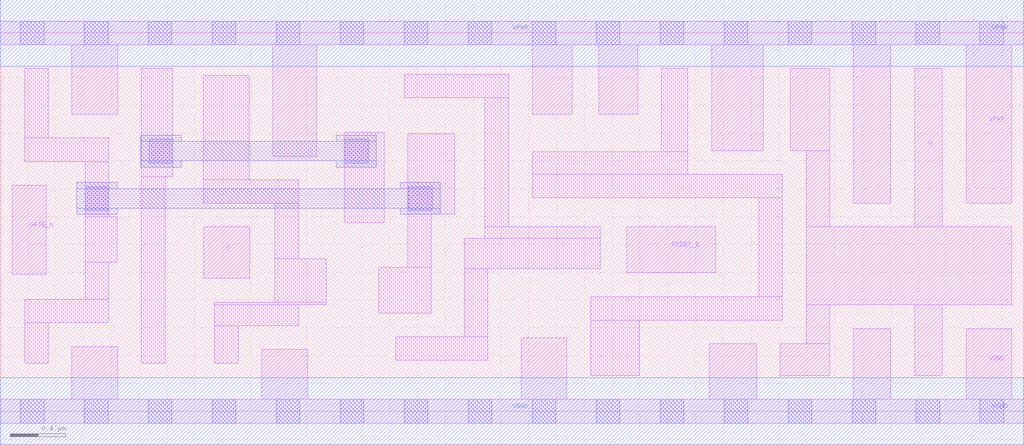
<source format=lef>
# Copyright 2020 The SkyWater PDK Authors
#
# Licensed under the Apache License, Version 2.0 (the "License");
# you may not use this file except in compliance with the License.
# You may obtain a copy of the License at
#
#     https://www.apache.org/licenses/LICENSE-2.0
#
# Unless required by applicable law or agreed to in writing, software
# distributed under the License is distributed on an "AS IS" BASIS,
# WITHOUT WARRANTIES OR CONDITIONS OF ANY KIND, either express or implied.
# See the License for the specific language governing permissions and
# limitations under the License.
#
# SPDX-License-Identifier: Apache-2.0

VERSION 5.7 ;
  NAMESCASESENSITIVE ON ;
  NOWIREEXTENSIONATPIN ON ;
  DIVIDERCHAR "/" ;
  BUSBITCHARS "[]" ;
UNITS
  DATABASE MICRONS 200 ;
END UNITS
MACRO sky130_fd_sc_hd__dlrtn_4
  CLASS CORE ;
  SOURCE USER ;
  FOREIGN sky130_fd_sc_hd__dlrtn_4 ;
  ORIGIN  0.000000  0.000000 ;
  SIZE  7.360000 BY  2.720000 ;
  SYMMETRY X Y R90 ;
  SITE unithd ;
  PIN D
    ANTENNAGATEAREA  0.159000 ;
    DIRECTION INPUT ;
    USE SIGNAL ;
    PORT
      LAYER li1 ;
        RECT 1.465000 0.955000 1.795000 1.325000 ;
    END
  END D
  PIN Q
    ANTENNADIFFAREA  1.014750 ;
    DIRECTION OUTPUT ;
    USE SIGNAL ;
    PORT
      LAYER li1 ;
        RECT 5.610000 0.255000 5.965000 0.485000 ;
        RECT 5.680000 1.875000 5.965000 2.465000 ;
        RECT 5.795000 0.485000 5.965000 0.765000 ;
        RECT 5.795000 0.765000 7.275000 1.325000 ;
        RECT 5.795000 1.325000 5.965000 1.875000 ;
        RECT 6.575000 0.255000 6.775000 0.765000 ;
        RECT 6.575000 1.325000 6.775000 2.465000 ;
    END
  END Q
  PIN RESET_B
    ANTENNAGATEAREA  0.247500 ;
    DIRECTION INPUT ;
    USE SIGNAL ;
    PORT
      LAYER li1 ;
        RECT 4.505000 0.995000 5.145000 1.325000 ;
    END
  END RESET_B
  PIN GATE_N
    ANTENNAGATEAREA  0.159000 ;
    DIRECTION INPUT ;
    USE CLOCK ;
    PORT
      LAYER li1 ;
        RECT 0.085000 0.985000 0.330000 1.625000 ;
    END
  END GATE_N
  PIN VGND
    DIRECTION INOUT ;
    SHAPE ABUTMENT ;
    USE GROUND ;
    PORT
      LAYER li1 ;
        RECT 0.000000 -0.085000 7.360000 0.085000 ;
        RECT 0.515000  0.085000 0.845000 0.465000 ;
        RECT 1.880000  0.085000 2.210000 0.445000 ;
        RECT 3.745000  0.085000 4.075000 0.530000 ;
        RECT 5.100000  0.085000 5.440000 0.485000 ;
        RECT 6.135000  0.085000 6.405000 0.595000 ;
        RECT 6.945000  0.085000 7.275000 0.595000 ;
      LAYER mcon ;
        RECT 0.145000 -0.085000 0.315000 0.085000 ;
        RECT 0.605000 -0.085000 0.775000 0.085000 ;
        RECT 1.065000 -0.085000 1.235000 0.085000 ;
        RECT 1.525000 -0.085000 1.695000 0.085000 ;
        RECT 1.985000 -0.085000 2.155000 0.085000 ;
        RECT 2.445000 -0.085000 2.615000 0.085000 ;
        RECT 2.905000 -0.085000 3.075000 0.085000 ;
        RECT 3.365000 -0.085000 3.535000 0.085000 ;
        RECT 3.825000 -0.085000 3.995000 0.085000 ;
        RECT 4.285000 -0.085000 4.455000 0.085000 ;
        RECT 4.745000 -0.085000 4.915000 0.085000 ;
        RECT 5.205000 -0.085000 5.375000 0.085000 ;
        RECT 5.665000 -0.085000 5.835000 0.085000 ;
        RECT 6.125000 -0.085000 6.295000 0.085000 ;
        RECT 6.585000 -0.085000 6.755000 0.085000 ;
        RECT 7.045000 -0.085000 7.215000 0.085000 ;
      LAYER met1 ;
        RECT 0.000000 -0.240000 7.360000 0.240000 ;
    END
  END VGND
  PIN VPWR
    DIRECTION INOUT ;
    SHAPE ABUTMENT ;
    USE POWER ;
    PORT
      LAYER li1 ;
        RECT 0.000000 2.635000 7.360000 2.805000 ;
        RECT 0.515000 2.135000 0.845000 2.635000 ;
        RECT 1.960000 1.835000 2.275000 2.635000 ;
        RECT 3.825000 2.135000 4.115000 2.635000 ;
        RECT 4.305000 2.135000 4.585000 2.635000 ;
        RECT 5.115000 1.875000 5.485000 2.635000 ;
        RECT 6.135000 1.495000 6.405000 2.635000 ;
        RECT 6.945000 1.495000 7.275000 2.635000 ;
      LAYER mcon ;
        RECT 0.145000 2.635000 0.315000 2.805000 ;
        RECT 0.605000 2.635000 0.775000 2.805000 ;
        RECT 1.065000 2.635000 1.235000 2.805000 ;
        RECT 1.525000 2.635000 1.695000 2.805000 ;
        RECT 1.985000 2.635000 2.155000 2.805000 ;
        RECT 2.445000 2.635000 2.615000 2.805000 ;
        RECT 2.905000 2.635000 3.075000 2.805000 ;
        RECT 3.365000 2.635000 3.535000 2.805000 ;
        RECT 3.825000 2.635000 3.995000 2.805000 ;
        RECT 4.285000 2.635000 4.455000 2.805000 ;
        RECT 4.745000 2.635000 4.915000 2.805000 ;
        RECT 5.205000 2.635000 5.375000 2.805000 ;
        RECT 5.665000 2.635000 5.835000 2.805000 ;
        RECT 6.125000 2.635000 6.295000 2.805000 ;
        RECT 6.585000 2.635000 6.755000 2.805000 ;
        RECT 7.045000 2.635000 7.215000 2.805000 ;
      LAYER met1 ;
        RECT 0.000000 2.480000 7.360000 2.960000 ;
    END
  END VPWR
  OBS
    LAYER li1 ;
      RECT 0.175000 0.345000 0.345000 0.635000 ;
      RECT 0.175000 0.635000 0.780000 0.805000 ;
      RECT 0.175000 1.795000 0.780000 1.965000 ;
      RECT 0.175000 1.965000 0.345000 2.465000 ;
      RECT 0.610000 0.805000 0.780000 1.070000 ;
      RECT 0.610000 1.070000 0.840000 1.400000 ;
      RECT 0.610000 1.400000 0.780000 1.795000 ;
      RECT 1.015000 0.345000 1.185000 1.685000 ;
      RECT 1.015000 1.685000 1.240000 2.465000 ;
      RECT 1.460000 1.495000 2.145000 1.665000 ;
      RECT 1.460000 1.665000 1.790000 2.415000 ;
      RECT 1.540000 0.345000 1.710000 0.615000 ;
      RECT 1.540000 0.615000 2.145000 0.765000 ;
      RECT 1.540000 0.765000 2.345000 0.785000 ;
      RECT 1.975000 0.785000 2.345000 1.095000 ;
      RECT 1.975000 1.095000 2.145000 1.495000 ;
      RECT 2.475000 1.355000 2.760000 2.005000 ;
      RECT 2.720000 0.705000 3.100000 1.035000 ;
      RECT 2.845000 0.365000 3.505000 0.535000 ;
      RECT 2.905000 2.255000 3.655000 2.425000 ;
      RECT 2.930000 1.035000 3.100000 1.415000 ;
      RECT 2.930000 1.415000 3.270000 1.995000 ;
      RECT 3.335000 0.535000 3.505000 1.025000 ;
      RECT 3.335000 1.025000 4.315000 1.245000 ;
      RECT 3.485000 1.245000 4.315000 1.325000 ;
      RECT 3.485000 1.325000 3.655000 2.255000 ;
      RECT 3.825000 1.535000 5.625000 1.705000 ;
      RECT 3.825000 1.705000 4.945000 1.865000 ;
      RECT 4.245000 0.255000 4.595000 0.655000 ;
      RECT 4.245000 0.655000 5.625000 0.825000 ;
      RECT 4.755000 1.865000 4.945000 2.465000 ;
      RECT 5.455000 0.825000 5.625000 1.535000 ;
    LAYER mcon ;
      RECT 0.610000 1.445000 0.780000 1.615000 ;
      RECT 1.070000 1.785000 1.240000 1.955000 ;
      RECT 2.475000 1.785000 2.645000 1.955000 ;
      RECT 2.935000 1.445000 3.105000 1.615000 ;
    LAYER met1 ;
      RECT 0.550000 1.415000 0.840000 1.460000 ;
      RECT 0.550000 1.460000 3.165000 1.600000 ;
      RECT 0.550000 1.600000 0.840000 1.645000 ;
      RECT 1.010000 1.755000 1.300000 1.800000 ;
      RECT 1.010000 1.800000 2.705000 1.940000 ;
      RECT 1.010000 1.940000 1.300000 1.985000 ;
      RECT 2.415000 1.755000 2.705000 1.800000 ;
      RECT 2.415000 1.940000 2.705000 1.985000 ;
      RECT 2.875000 1.415000 3.165000 1.460000 ;
      RECT 2.875000 1.600000 3.165000 1.645000 ;
  END
END sky130_fd_sc_hd__dlrtn_4
END LIBRARY

</source>
